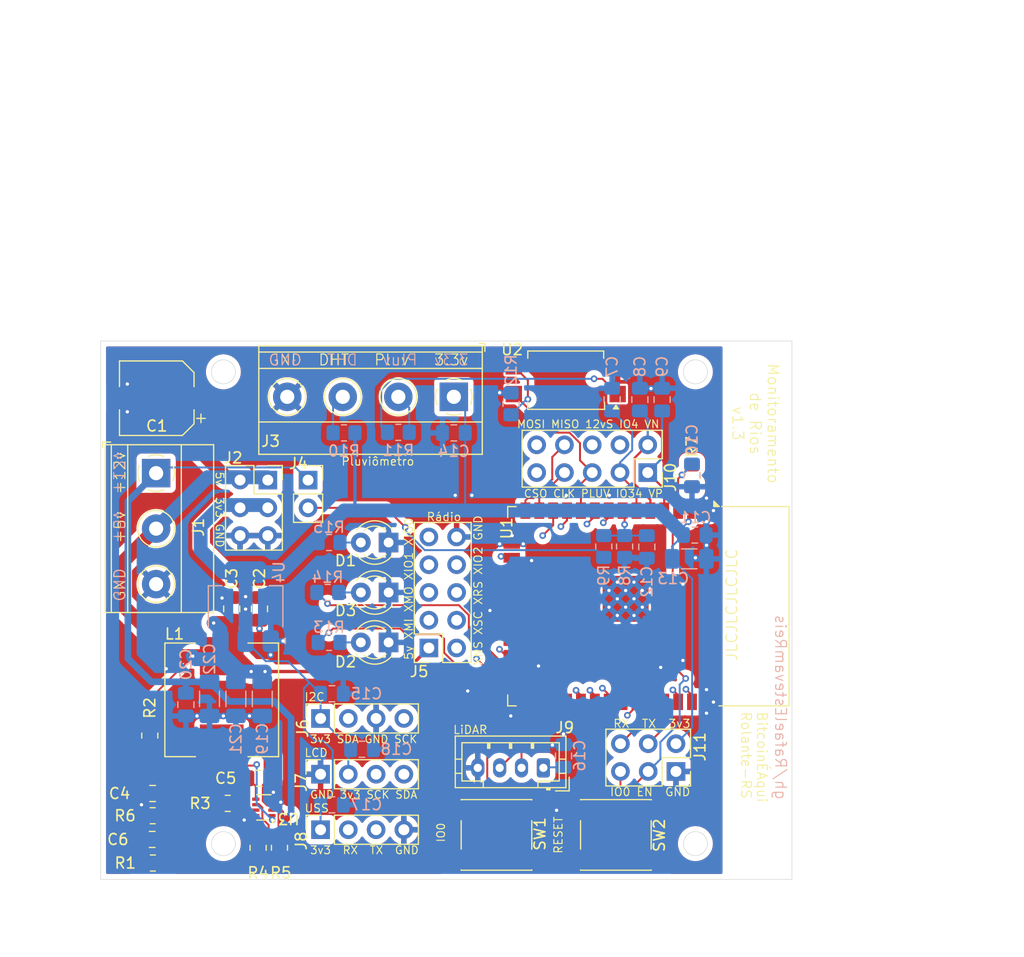
<source format=kicad_pcb>
(kicad_pcb (version 20240108) (generator "pcbnew") (generator_version "8.0")
  (layers (0 "F.Cu" signal) (1 "In1.Cu" signal) (2 "In2.Cu" signal) (31 "B.Cu" signal) (34 "B.Paste" user) (35 "F.Paste" user) (36 "B.SilkS" user "B.Silkscreen") (37 "F.SilkS" user "F.Silkscreen") (38 "B.Mask" user) (39 "F.Mask" user) (44 "Edge.Cuts" user))
  (net 0 "")
  (net 1 "+5V")
  (net 2 "GND")
  (net 3 "+3.3V")
  (net 4 "/EN")
  (net 5 "/VBAT_DIV")
  (net 6 "/AVN")
  (net 7 "/AVP")
  (net 8 "/IO34")
  (net 9 "Net-(D2-A)")
  (net 10 "/IO0")
  (net 11 "/TXD0")
  (net 12 "/HSPI_CLK")
  (net 13 "/HSPI_MOSI")
  (net 14 "/HSPI_MISO")
  (net 15 "/HSPI_CSO")
  (net 16 "/U2_RX")
  (net 17 "/U2_TX")
  (net 18 "/LCD_SCK")
  (net 19 "/LCD_SDA")
  (net 20 "/SX_SCK")
  (net 21 "Net-(D3-A)")
  (net 22 "/SX_NSS")
  (net 23 "/SX_MISO")
  (net 24 "/SX_DIO2")
  (net 25 "/S_PLUV_RAW")
  (net 26 "/IO04")
  (net 27 "/LED_Status")
  (net 28 "/S_PLUV")
  (net 29 "+12V")
  (net 30 "/VBAT")
  (net 31 "Net-(U3-SS)")
  (net 32 "Net-(U3-SW)")
  (net 33 "Net-(U3-BST)")
  (net 34 "Net-(C6-Pad1)")
  (net 35 "Net-(D1-A)")
  (net 36 "/RXD0")
  (net 37 "/SX_DIO0")
  (net 38 "/SX_MOSI")
  (net 39 "/SX_RST")
  (net 40 "/DX_DIO1")
  (net 42 "Net-(U3-PG)")
  (net 43 "Net-(U3-FB)")
  (net 44 "Net-(U3-EN)")
  (net 45 "Net-(R11-Pad1)")
  (net 50 "Net-(R12-Pad2)")
  (footprint "Resistor_SMD:R_0805_2012Metric_Pad1.20x1.40mm_HandSolder" (layer "F.Cu") (at 149.5485 90.7925 90)
    (property "Reference" "R7")
    (property "Value" "12k")
  )
  (footprint "Connector_PinSocket_2.54mm:PinSocket_1x04_P2.54mm_Vertical" (layer "F.Cu") (at 115.57 118.11 90)
    (property "Reference" "J7")
    (property "Value" "LCD")
  )
  (footprint "Button_Switch_SMD:SW_Push_1P1T_NO_6x6mm_H9.5mm" (layer "F.Cu") (at 142.583 123.662)
    (property "Reference" "SW2")
    (property "Value" "EN")
  )
  (footprint "LED_THT:LED_D3.0mm" (layer "F.Cu") (at 121.793 96.901 180)
    (property "Reference" "D1")
    (property "Value" "LED")
  )
  (footprint "Capacitor_SMD:C_0805_2012Metric_Pad1.18x1.45mm_HandSolder" (layer "F.Cu") (at 107.442 102.9755 90)
    (property "Reference" "C3")
    (property "Value" "22uF")
  )
  (footprint "Connector_PinSocket_2.54mm:PinSocket_2x05_P2.54mm_Vertical" (layer "F.Cu") (at 145.5 90.5 -90)
    (property "Reference" "J10")
    (property "Value" "IO")
  )
  (footprint "Connector_PinSocket_2.54mm:PinSocket_2x03_P2.54mm_Vertical" (layer "F.Cu") (at 148.082 117.856 -90)
    (property "Reference" "J11")
    (property "Value" "PGM2")
  )
  (footprint "Resistor_SMD:R_0805_2012Metric_Pad1.20x1.40mm_HandSolder" (layer "F.Cu") (at 111.8108 124.841 -90)
    (property "Reference" "R5")
    (property "Value" "191k")
  )
  (footprint "Resistor_SMD:R_0805_2012Metric_Pad1.20x1.40mm_HandSolder" (layer "F.Cu") (at 100.2116 121.9068 180)
    (property "Reference" "R6")
    (property "Value" "10k")
  )
  (footprint "Capacitor_SMD:C_0805_2012Metric_Pad1.18x1.45mm_HandSolder" (layer "F.Cu") (at 109.982 102.9755 -90)
    (property "Reference" "C2")
    (property "Value" "22uF")
  )
  (footprint "Connector_PinSocket_2.54mm:PinSocket_1x04_P2.54mm_Vertical" (layer "F.Cu") (at 115.57 123.19 90)
    (property "Reference" "J8")
    (property "Value" "USS")
  )
  (footprint "RF_Module:ESP32-WROOM-32" (layer "F.Cu") (at 142.5685 102.7345 -90)
    (property "Reference" "U1")
    (property "Value" "ESP32-WROOM-32")
  )
  (footprint "Capacitor_SMD:C_0805_2012Metric_Pad1.18x1.45mm_HandSolder" (layer "F.Cu") (at 100.2061 119.8748 180)
    (property "Reference" "C4")
    (property "Value" "22nF")
  )
  (footprint "Resistor_SMD:R_0805_2012Metric_Pad1.20x1.40mm_HandSolder" (layer "F.Cu") (at 99.949 114.57 90)
    (property "Reference" "R2")
    (property "Value" "10k")
  )
  (footprint "Capacitor_SMD:CP_Elec_6.3x5.7" (layer "F.Cu") (at 100.584 83.693 180)
    (property "Reference" "C1")
    (property "Value" "100uF")
  )
  (footprint "Package_SO:SSO-4_6.7x5.1mm_P2.54mm_Clearance8mm" (layer "F.Cu") (at 137.998 82.042 180)
    (property "Reference" "U2")
    (property "Value" "PC817")
  )
  (footprint "Capacitor_SMD:C_0805_2012Metric_Pad1.18x1.45mm_HandSolder" (layer "F.Cu") (at 109.9605 118.4778)
    (property "Reference" "C5")
    (property "Value" "100nF")
  )
  (footprint "LED_THT:LED_D3.0mm" (layer "F.Cu") (at 121.793 106.045 180)
    (property "Reference" "D2")
    (property "Value" "LED")
  )
  (footprint "Connector_PinSocket_2.54mm:PinSocket_2x05_P2.54mm_Vertical" (layer "F.Cu") (at 125.476 106.553 180)
    (property "Reference" "J5")
    (property "Value" "Radio")
  )
  (footprint "Button_Switch_SMD:SW_Push_1P1T_NO_6x6mm_H9.5mm" (layer "F.Cu") (at 131.661 123.662)
    (property "Reference" "SW1")
    (property "Value" "IO0")
  )
  (footprint "Inductor_SMD:L_Wuerth_HCI-1040" (layer "F.Cu") (at 106.5276 111.3028 90)
    (property "Reference" "L1")
    (property "Value" "6.8uH")
  )
  (footprint "Capacitor_SMD:C_0805_2012Metric_Pad1.18x1.45mm_HandSolder" (layer "F.Cu") (at 100.1645 124.079 180)
    (property "Reference" "C6")
    (property "Value" "300pF")
  )
  (footprint "LED_THT:LED_D3.0mm" (layer "F.Cu") (at 121.798 101.473 180)
    (property "Reference" "D3")
    (property "Value" "LED")
  )
  (footprint "TerminalBlock_Phoenix:TerminalBlock_Phoenix_MKDS-1,5-4-5.08_1x04_P5.08mm_Horizontal" (layer "F.Cu") (at 127.762 83.566 180)
    (property "Reference" "J3")
    (property "Value" "Pluv")
  )
  (footprint "Resistor_SMD:R_0805_2012Metric_Pad1.20x1.40mm_HandSolder" (layer "F.Cu") (at 107.077 120.777 180)
    (property "Reference" "R3")
    (property "Value" "10k")
  )
  (footprint "Connector_PinSocket_2.54mm:PinSocket_1x02_P2.54mm_Vertical" (layer "F.Cu") (at 114.427 91.186)
    (property "Reference" "J4")
    (property "Value" "JBAT")
  )
  (footprint "Resistor_SMD:R_0805_2012Metric_Pad1.20x1.40mm_HandSolder" (layer "F.Cu") (at 109.855 124.8476 90)
    (property "Reference" "R4")
    (property "Value" "50k")
  )
  (footprint "Connector_PinSocket_2.54mm:PinSocket_1x04_P2.54mm_Vertical" (layer "F.Cu") (at 115.57 113.005 90)
    (property "Reference" "J6")
    (property "Value" "I2C")
  )
  (footprint "Connector_PinSocket_2.54mm:PinSocket_2x03_P2.54mm_Vertical" (layer "F.Cu") (at 110.744 91.186)
    (property "Reference" "J2")
    (property "Value" "SNS_PWR")
  )
  (footprint "Package_TO_SOT_SMD:SOT-583-8" (layer "F.Cu") (at 110.385 121.1448 180)
    (property "Reference" "U3")
    (property "Value" "MP2338GTL")
  )
  (footprint "Connector_JST:JST_PH_B4B-PH-K_1x04_P2.00mm_Vertical" (layer "F.Cu") (at 135.953 117.5258 180)
    (property "Reference" "J9")
    (property "Value" "Lidar")
  )
  (footprint "TerminalBlock_Phoenix:TerminalBlock_Phoenix_MKDS-1,5-3-5.08_1x03_P5.08mm_Horizontal" (layer "F.Cu") (at 100.5265 90.551 -90)
    (property "Reference" "J1")
    (property "Value" "PWR")
  )
  (footprint "Resistor_SMD:R_0805_2012Metric_Pad1.20x1.40mm_HandSolder" (layer "F.Cu") (at 100.2276 126.238 180)
    (property "Reference" "R1")
    (property "Value" "91k")
  )
  (footprint "Capacitor_SMD:C_0805_2012Metric_Pad1.18x1.45mm_HandSolder" (layer "B.Cu") (at 149.5485 90.755 -90)
    (property "Reference" "C10")
    (property "Value" "100nF")
  )
  (footprint "Resistor_SMD:R_0805_2012Metric_Pad1.20x1.40mm_HandSolder" (layer "B.Cu") (at 117.713 86.868)
    (property "Reference" "R10")
    (property "Value" "10k")
  )
  (footprint "Resistor_SMD:R_0805_2012Metric_Pad1.20x1.40mm_HandSolder" (layer "B.Cu") (at 116.348 106.045 180)
    (property "Reference" "R13")
    (property "Value" "200")
  )
  (footprint "Resistor_SMD:R_0805_2012Metric_Pad1.20x1.40mm_HandSolder" (layer "B.Cu") (at 116.226 101.473 180)
    (property "Reference" "R14")
    (property "Value" "200")
  )
  (footprint "Capacitor_SMD:C_0805_2012Metric_Pad1.18x1.45mm_HandSolder" (layer "B.Cu") (at 137.795 116.4375 90)
    (property "Reference" "C16")
    (property "Value" "22uF")
  )
  (footprint "Capacitor_SMD:C_1206_3216Metric_Pad1.33x1.80mm_HandSolder" (layer "B.Cu") (at 110.236 111.2135 -90)
    (property "Reference" "C19")
    (property "Value" "22uF")
  )
  (footprint "Resistor_SMD:R_0805_2012Metric_Pad1.20x1.40mm_HandSolder" (layer "B.Cu") (at 143.383 97.266 -90)
    (property "Reference" "R8")
    (property "Value" "8k2")
  )
  (footprint "Package_TO_SOT_SMD:SOT-223-3_TabPin2" (layer "B.Cu") (at 108.712 102.768 90)
    (property "Reference" "U4")
    (property "Value" "AMS1117")
  )
  (footprint "Capacitor_SMD:C_0805_2012Metric_Pad1.18x1.45mm_HandSolder" (layer "B.Cu") (at 149.8025 96.216)
    (property "Reference" "C11")
    (property "Value" "100nF")
  )
  (footprint "Capacitor_SMD:C_0805_2012Metric_Pad1.18x1.45mm_HandSolder" (layer "B.Cu") (at 142.24 83.82 -90)
    (property "Reference" "C7")
    (property "Value" "100nF")
  )
  (footprint "Capacitor_SMD:C_0805_2012Metric_Pad1.18x1.45mm_HandSolder" (layer "B.Cu") (at 116.6075 110.744 180)
    (property "Reference" "C15")
    (property "Value" "100nF")
  )
  (footprint "Resistor_SMD:R_0805_2012Metric_Pad1.20x1.40mm_HandSolder" (layer "B.Cu") (at 122.682 86.8172)
    (property "Reference" "R11")
    (property "Value" "470R")
  )
  (footprint "Capacitor_SMD:C_0805_2012Metric_Pad1.18x1.45mm_HandSolder" (layer "B.Cu") (at 144.78 83.82 -90)
    (property "Reference" "C8")
    (property "Value" "100nF")
  )
  (footprint "Resistor_SMD:R_0805_2012Metric_Pad1.20x1.40mm_HandSolder" (layer "B.Cu") (at 141.478 97.266 90)
    (property "Reference" "R9")
    (property "Value" "100k")
  )
  (footprint "Capacitor_SMD:C_0805_2012Metric_Pad1.18x1.45mm_HandSolder" (layer "B.Cu") (at 116.6075 120.904)
    (property "Reference" "C17")
    (property "Value" "22uF")
  )
  (footprint "Capacitor_SMD:C_0805_2012Metric_Pad1.18x1.45mm_HandSolder" (layer "B.Cu") (at 145.415 97.3035 90)
    (property "Reference" "C12")
    (property "Value" "100nF")
  )
  (footprint "Resistor_SMD:R_0805_2012Metric_Pad1.20x1.40mm_HandSolder" (layer "B.Cu") (at 116.348 96.901 180)
    (property "Reference" "R15")
    (property "Value" "200")
  )
  (footprint "Capacitor_SMD:C_0805_2012Metric_Pad1.18x1.45mm_HandSolder" (layer "B.Cu") (at 127.762 86.868)
    (property "Reference" "C14")
    (property "Value" "22uF")
  )
  (footprint "Capacitor_SMD:C_0805_2012Metric_Pad1.18x1.45mm_HandSolder" (layer "B.Cu") (at 103.251 111.7385 -90)
    (property "Reference" "C20")
    (property "Value" "100nF")
  )
  (footprint "Capacitor_SMD:C_0805_2012Metric_Pad1.18x1.45mm_HandSolder" (layer "B.Cu") (at 119.3585 115.824)
    (property "Reference" "C18")
    (property "Value" "22uF")
  )
  (footprint "Capacitor_SMD:C_1206_3216Metric_Pad1.33x1.80mm_HandSolder" (layer "B.Cu") (at 149.2945 98.3965)
    (property "Reference" "C13")
    (property "Value" "22uF")
  )
  (footprint "Capacitor_SMD:C_1206_3216Metric_Pad1.33x1.80mm_HandSolder" (layer "B.Cu") (at 107.823 111.2135 -90)
    (property "Reference" "C21")
    (property "Value" "22uF")
  )
  (footprint "Capacitor_SMD:C_1206_3216Metric_Pad1.33x1.80mm_HandSolder" (layer "B.Cu") (at 105.41 111.2135 -90)
    (property "Reference" "C22")
    (property "Value" "22uF")
  )
  (footprint "Capacitor_SMD:C_0805_2012Metric_Pad1.18x1.45mm_HandSolder" (layer "B.Cu") (at 146.812 83.82 -90)
    (property "Reference" "C9")
    (property "Value" "100nF")
  )
  (footprint "Resistor_SMD:R_0805_2012Metric_Pad1.20x1.40mm_HandSolder" (layer "B.Cu") (at 132.9944 84.2104 -90)
    (property "Reference" "R12")
    (property "Value" "10k")
  )
  (gr_circle (center 149.86 81.28) (end 149.86 82.38) (stroke (width 0.05)) (fill none) (layer "Edge.Cuts"))
  (gr_rect (start 95.4465 78.4575) (end 158.6925 127.7335) (stroke (width 0.05)) (fill none) (layer "Edge.Cuts"))
  (gr_circle (center 149.86 124.46) (end 149.86 125.56) (stroke (width 0.05)) (fill none) (layer "Edge.Cuts"))
  (gr_circle (center 106.68 81.28) (end 106.68 82.38) (stroke (width 0.05)) (fill none) (layer "Edge.Cuts"))
  (gr_circle (center 106.68 124.46) (end 106.68 125.56) (stroke (width 0.05)) (fill none) (layer "Edge.Cuts"))
  (gr_text "3.3v  Pluv   DHT   GND" (at 129.159 80.772 0) (layer "B.SilkS") (effects (font (size 1 1) (thickness 0.1)) (justify left bottom mirror)))
  (gr_text "GND   +5v  +12v" (at 96.52 102.362 270) (layer "B.SilkS") (effects (font (size 1 1) (thickness 0.1)) (justify left bottom mirror)))
  (gr_text "gh/RafaelEstevamReis" (at 157.0736 120.4976 -90) (layer "B.SilkS") (effects (font (size 1 1) (thickness 0.1)) (justify left bottom mirror)))
  (gr_text "IO0 EN  GND" (at 141.9927 120.1705 0) (layer "F.SilkS") (effects (font (size 0.75 0.75) (thickness 0.1)) (justify left bottom)))
  (gr_text "MOSI MISO 12vS IO4 VN " (at 133.477 86.487 0) (layer "F.SilkS") (effects (font (size 0.7112 0.7112) (thickness 0.1)) (justify left bottom)))
  (gr_text "3v3 SDA GND SCK" (at 114.554 115.316 0) (layer "F.SilkS") (effects (font (size 0.7112 0.7112) (thickness 0.1)) (justify left bottom)))
  (gr_text "RESET" (at 137.757 125.44 90) (layer "F.SilkS") (effects (font (size 0.75 0.75) (thickness 0.1)) (justify left bottom)))
  (gr_text "LiDAR" (at 127.6472 114.4778 0) (layer "F.SilkS") (effects (font (size 0.75 0.75) (thickness 0.1)) (justify left bottom)))
  (gr_text "CSO CLK PLUV IO34 VP" (at 134.112 92.837 0) (layer "F.SilkS") (effects (font (size 0.7112 0.7112) (thickness 0.1)) (justify left bottom)))
  (gr_text "Pluviômetro" (at 117.4242 89.916 0) (layer "F.SilkS") (effects (font (size 0.75 0.75) (thickness 0.1)) (justify left bottom)))
  (gr_text "GND   +5v  +12v" (at 97.79 102.362 90) (layer "F.SilkS") (effects (font (size 1 1) (thickness 0.1)) (justify left bottom)))
  (gr_text "BitcoinÉAqui\nRolante-RS" (at 153.9748 112.3188 270) (layer "F.SilkS") (effects (font (size 0.9 0.9) (thickness 0.1)) (justify left bottom)))
  (gr_text "XNS XSC XRS XIO2 GND" (at 130.429 108.204 90) (layer "F.SilkS") (effects (font (size 0.75 0.75) (thickness 0.1)) (justify left bottom)))
  (gr_text "5v XMI XMO XIO1 XIO0" (at 124.079 107.696 90) (layer "F.SilkS") (effects (font (size 0.75 0.75) (thickness 0.1)) (justify left bottom)))
  (gr_text "3v3  RX  TX  GND" (at 114.554 125.476 0) (layer "F.SilkS") (effects (font (size 0.7112 0.7112) (thickness 0.1)) (justify left bottom)))
  (gr_text "Rádio" (at 125.222 94.996 0) (layer "F.SilkS") (effects (font (size 0.75 0.75) (thickness 0.1)) (justify left bottom)))
  (gr_text "GND 3v3 SCK SDA" (at 114.554 120.396 0) (layer "F.SilkS") (effects (font (size 0.7112 0.7112) (thickness 0.1)) (justify left bottom)))
  (gr_text "I2C" (at 114.046 111.481 0) (layer "F.SilkS") (effects (font (size 0.75 0.75) (thickness 0.1)) (justify left bottom)))
  (gr_text "Monitoramento\nde Rios\nv1.3" (at 153.162 86.0044 270) (layer "F.SilkS") (effects (font (size 1 1) (thickness 0.1)) (justify bottom)))
  (gr_text "IO0" (at 127 124.388 90) (layer "F.SilkS") (effects (font (size 0.7112 0.7112) (thickness 0.1)) (justify left bottom)))
  (gr_text "RX  TX  3v3" (at 142.2975 113.9221 0) (layer "F.SilkS") (effects (font (size 0.75 0.75) (thickness 0.1)) (justify left bottom)))
  (gr_text "USS" (at 114.046 121.666 0) (layer "F.SilkS") (effects (font (size 0.75 0.75) (thickness 0.1)) (justify left bottom)))
  (gr_text "LCD" (at 114.046 116.586 0) (layer "F.SilkS") (effects (font (size 0.75 0.75) (thickness 0.1)) (justify left bottom)))
  (gr_text "5v  3v3 GND" (at 105.918 90.3732 270) (layer "F.SilkS") (effects (font (size 0.7112 0.7112) (thickness 0.1)) (justify left bottom)))
  (gr_text "GND  DHT   Pluv   3.3v" (at 110.744 80.772 0) (layer "F.SilkS") (effects (font (size 1 1) (thickness 0.1)) (justify left bottom)))
  (gr_text "JLCJLCJLCJLC" (at 153.7716 107.7976 90) (layer "F.SilkS") (effects (font (size 1 1) (thickness 0.1)) (justify left bottom)))
  (segment (start 109.22 108.712) (end 110.49 108.712) (width 1.27) (layer "F.Cu") (net 1))
  (segment (start 100.0783 123.1277) (end 100.0783 117.236952) (width 0.1778) (layer "F.Cu") (net 1))
  (segment (start 123.317 108.712) (end 110.49 108.712) (width 0.3048) (layer "F.Cu") (net 1))
  (segment (start 107.442 104.013) (end 107.442 106.3884) (width 1.27) (layer "F.Cu") (net 1))
  (segment (start 99.2276 126.238) (end 99.2276 124.1796) (width 0.1778) (layer "F.Cu") (net 1))
  (segment (start 99.949 113.57) (end 99.949 111.2276) (width 0.1778) (layer "F.Cu") (net 1))
  (segment (start 106.5276 107.3028) (end 107.8108 107.3028) (width 1.27) (layer "F.Cu") (net 1))
  (segment (start 108.204 90.932) (end 106.934 90.932) (width 1.27) (layer "F.Cu") (net 1))
  (segment (start 103.8738 107.3028) (end 107.8108 107.3028) (width 1.27) (layer "F.Cu") (net 1))
  (segment (start 98.933 116.091652) (end 98.933 114.586) (width 0.1778) (layer "F.Cu") (net 1))
  (segment (start 99.949 111.2276) (end 103.8738 107.3028) (width 0.1778) (layer "F.Cu") (net 1))
  (segment (start 107.8108 107.3028) (end 109.22 108.712) (width 1.27) (layer "F.Cu") (net 1))
  (segment (start 107.442 106.3884) (end 106.5276 107.3028) (width 1.27) (layer "F.Cu") (net 1))
  (segment (start 100.5265 95.631) (end 97.1804 98.9771) (width 1.27) (layer "F.Cu") (net 1))
  (segment (start 99.127 124.079) (end 100.0783 123.1277) (width 0.1778) (layer "F.Cu") (net 1))
  (segment (start 106.934 90.932) (end 103.284 87.282) (width 1.27) (layer "F.Cu") (net 1))
  (segment (start 100.0783 117.236952) (end 98.933 116.091652) (width 0.1778) (layer "F.Cu") (net 1))
  (segment (start 98.933 114.586) (end 99.949 113.57) (width 0.1778) (layer "F.Cu") (net 1))
  (segment (start 103.284 87.282) (end 103.284 83.693) (width 1.27) (layer "F.Cu") (net 1))
  (segment (start 97.1804 102.356274) (end 102.126926 107.3028) (width 1.27) (layer "F.Cu") (net 1))
  (segment (start 107.188 104.267) (end 107.442 104.013) (width 1.27) (layer "F.Cu") (net 1))
  (segment (start 102.126926 107.3028) (end 103.8738 107.3028) (width 1.27) (layer "F.Cu") (net 1))
  (segment (start 99.2276 124.1796) (end 99.127 124.079) (width 0.1778) (layer "F.Cu") (net 1))
  (segment (start 97.1804 98.9771) (end 97.1804 102.356274) (width 1.27) (layer "F.Cu") (net 1))
  (segment (start 105.791 104.267) (end 107.188 104.267) (width 1.27) (layer "F.Cu") (net 1))
  (segment (start 125.476 106.553) (end 123.317 108.712) (width 0.3048) (layer "F.Cu") (net 1))
  (via (at 109.22 108.712) (size 0.6096) (drill 0.3048) (layers "F.Cu" "B.Cu") (net 1))
  (via (at 103.8738 107.3028) (size 0.6096) (drill 0.3048) (layers "F.Cu" "B.Cu") (net 1))
  (via (at 110.49 108.712) (size 0.6096) (drill 0.3048) (layers "F.Cu" "B.Cu") (net 1))
  (via (at 105.791 104.267) (size 0.6096) (drill 0.3048) (layers "F.Cu" "B.Cu") (net 1))
  (segment (start 107.823 108.9885) (end 106.412 107.5775) (width 1.27) (layer "B.Cu") (net 1))
  (segment (start 106.412 105.918) (end 106.412 104.888) (width 1.27) (layer "B.Cu") (net 1))
  (segment (start 100.5265 95.631) (end 105.2255 90.932) (width 1.27) (layer "B.Cu") (net 1))
  (segment (start 106.412 105.918) (end 106.412 106.918) (width 1.27) (layer "B.Cu") (net 1))
  (segment (start 136.0038 117.475) (end 135.953 117.5258) (width 0.1778) (layer "B.Cu") (net 1))
  (segment (start 106.412 107.5775) (end 104.1485 107.5775) (width 1.27) (layer "B.Cu") (net 1))
  (segment (start 106.412 104.888) (end 105.791 104.267) (width 1.27) (layer "B.Cu") (net 1))
  (segment (start 107.823 109.651) (end 107.823 108.9885) (width 1.27) (layer "B.Cu") (net 1))
  (segment (start 106.412 107.5775) (end 106.412 105.918) (width 1.27) (layer "B.Cu") (net 1))
  (segment (start 110.236 109.651) (end 110.236 108.966) (width 1.27) (layer "B.Cu") (net 1))
  (segment (start 108.206 108.712) (end 110.49 108.712) (width 1.27) (layer "B.Cu") (net 1))
  (segment (start 106.412 106.918) (end 108.206 108.712) (width 1.27) (layer "B.Cu") (net 1))
  (segment (start 105.2255 90.932) (end 110.744 90.932) (width 1.27) (layer "B.Cu") (net 1))
  (segment (start 110.236 108.966) (end 110.49 108.712) (width 1.27) (layer "B.Cu") (net 1))
  (segment (start 137.795 117.475) (end 136.0038 117.475) (width 0.1778) (layer "B.Cu") (net 1))
  (segment (start 104.1485 107.5775) (end 103.8738 107.3028) (width 1.27) (layer "B.Cu") (net 1))
  (segment (start 109.855 123.8476) (end 109.855 123.571) (width 0.3048) (layer "F.Cu") (net 2))
  (segment (start 111.125 120.3948) (end 111.651959 120.3948) (width 0.3048) (layer "F.Cu") (net 2))
  (segment (start 111.125 119.888) (end 111.252 119.761) (width 0.3048) (layer "F.Cu") (net 2))
  (segment (start 109.855 123.571) (end 108.585 122.301) (width 0.3048) (layer "F.Cu") (net 2))
  (segment (start 111.125 120.3948) (end 111.125 119.888) (width 0.3048) (layer "F.Cu") (net 2))
  (segment (start 111.651959 120.3948) (end 111.928336 120.671177) (width 0.3048) (layer "F.Cu") (net 2))
  (via (at 97.8916 84.9376) (size 0.6096) (drill 0.3048) (layers "F.Cu" "B.Cu") (net 2))
  (via (at 150.876 92.837) (size 0.6096) (drill 0.3048) (layers "F.Cu" "B.Cu") (net 2))
  (via (at 127.889 92.583) (size 0.6096) (drill 0.3048) (layers "F.Cu" "B.Cu") (net 2))
  (via (at 131.953 83.185) (size 0.6096) (drill 0.3048) (layers "F.Cu" "B.Cu") (net 2))
  (via (at 135.509 108.204) (size 0.6096) (drill 0.3048) (layers "F.Cu" "B.Cu") (net 2))
  (via (at 132.969 112.776) (size 0.6096) (drill 0.3048) (layers "F.Cu" "B.Cu") (net 2))
  (via (at 137.16 121.412) (size 0.6096) (drill 0.3048) (layers "F.Cu" "B.Cu") (net 2))
  (via (at 109.982 104.775) (size 0.6096) (drill 0.3048) (layers "F.Cu" "B.Cu") (net 2))
  (via (at 145.796 82.804) (size 0.6096) (drill 0.3048) (layers "F.Cu" "B.Cu") (net 2))
  (via (at 111.252 119.761) (size 0.6096) (drill 0.3048) (layers "F.Cu" "B.Cu") (net 2))
  (via (at 131.064 103.124) (size 0.6096) (drill 0.3048) (layers "F.Cu" "B.Cu") (net 2))
  (via (at 148.717 100.711) (size 0.6096) (drill 0.3048) (layers "F.Cu" "B.Cu") (net 2))
  (via (at 131.953 97.028) (size 0.6096) (drill 0.3048) (layers "F.Cu" "B.Cu") (net 2))
  (via (at 136.779 115.443) (size 0.6096) (drill 0.3048) (layers "F.Cu" "B.Cu") (net 2))
  (via (at 151.511 111.506) (size 0.6096) (drill 0.3048) (layers "F.Cu" "B.Cu") (net 2))
  (via (at 108.585 122.301) (size 0.6096) (drill 0.3048) (layers "F.Cu" "B.Cu") (net 2))
  (via (at 112.141 105.918) (size 0.6096) (drill 0.3048) (layers "F.Cu" "B.Cu") (net 2))
  (via (at 101.4476 108.458) (size 0.6096) (drill 0.3048) (layers "F.Cu" "B.Cu") (net 2))
  (via (at 134.874 98.552) (size 0.6096) (drill 0.3048) (layers "F.Cu" "B.Cu") (net 2))
  (via (at 110.998 107.188) (size 0.6096) (drill 0.3048) (layers "F.Cu" "B.Cu") (net 2))
  (via (at 151.511 93.98) (size 0.6096) (drill 0.3048) (layers "F.Cu" "B.Cu") (net 2))
  (via (at 129.032 110.49) (size 0.6096) (drill 0.3048) (layers "F.Cu" "B.Cu") (net 2))
  (via (at 97.8916 82.3976) (size 0.6096) (drill 0.3048) (layers "F.Cu" "B.Cu") (net 2))
  (via (at 150.876 112.522) (size 0.6096) (drill 0.3048) (layers "F.Cu" "B.Cu") (net 2))
  (via (at 111.928336 120.671177) (size 0.6096) (drill 0.3048) (layers "F.Cu" "B.Cu") (net 2))
  (via (at 149.86 98.298) (size 0.6096) (drill 0.3048) (layers "F.Cu" "B.Cu") (net 2))
  (via (at 146.685 108.331) (size 0.6096) (drill 0.3048) (layers "F.Cu" "B.Cu") (net 2))
  (via (at 150.876 97.155) (size 0.6096) (drill 0.3048) (layers "F.Cu" "B.Cu") (net 2))
  (via (at 99.187 120.904) (size 0.6096) (drill 0.3048) (layers "F.Cu" "B.Cu") (net 2))
  (via (at 137.795 114.427) (size 0.6096) (drill 0.3048) (layers "F.Cu" "B.Cu") (net 2))
  (via (at 138.049 92.583) (size 0.6096) (drill 0.3048) (layers "F.Cu" "B.Cu") (net 2))
  (via (at 106.553 101.981) (size 0.6096) (drill 0.3048) (layers "F.Cu" "B.Cu") (net 2))
  (via (at 150.876 94.996) (size 0.6096) (drill 0.3048) (layers "F.Cu" "B.Cu") (net 2))
  (via (at 106.68 112.776) (size 0.6096) (drill 0.3048) (layers "F.Cu" "B.Cu") (net 2))
  (via (at 141.986 92.583) (size 0.6096) (drill 0.3048) (layers "F.Cu" "B.Cu") (net 2))
  (via (at 109.0676 112.776) (size 0.6096) (drill 0.3048) (layers "F.Cu" "B.Cu") (net 2))
  (via (at 129.413 92.583) (size 0.6096) (drill 0.3048) (layers "F.Cu" "B.Cu") (net 2))
  (via (at 133.096 96.266) (size 0.6096) (drill 0.3048) (layers "F.Cu" "B.Cu") (net 2))
  (via (at 134.112 97.028) (size 0.6096) (drill 0.3048) (layers "F.Cu" "B.Cu") (net 2))
  (via (at 150.876 110.363) (size 0.6096) (drill 0.3048) (layers "F.Cu" "B.Cu") (net 2))
  (via (at 148.717 107.696) (size 0.6096) (drill 0.3048) (layers "F.Cu" "B.Cu") (net 2))
  (via (at 104.267 112.776) (size 0.6096) (drill 0.3048) (layers "F.Cu" "B.Cu") (net 2))
  (segment (start 108.712 102.997) (end 108.712 101.854) (width 0.6096) (layer "F.Cu") (net 3))
  (segment (start 108.712 101.854) (end 108.712 101.35252) (width 0.6096) (layer "F.Cu") (net 3))
  (segment (start 106.299 93.726) (end 108.204 93.726) (width 0.6096) (layer "F.Cu") (net 3))
  (segment (start 149.225 94.996) (end 149.225 94.308) (width 0.1778) (layer "F.Cu") (net 3))
  (segment (start 149.5485 91.7925) (end 149.5485 93.9845) (width 0.1778) (layer "F.Cu") (net 3))
  (segment (start 149.225 94.308) (end 149.5485 93.9845) (width 0.1778) (layer "F.Cu") (net 3))
  (segment (start 109.982 101.938) (end 108.796 101.938) (width 0.6096) (layer "F.Cu") (net 3))
  (segment (start 104.648 97.28852) (end 104.648 95.377) (width 0.6096) (layer "F.Cu") (net 3))
  (segment (start 108.712 101.35252) (end 104.648 97.28852) (width 0.6096) (layer "F.Cu") (net 3))
  (segment (start 104.648 95.377) (end 106.299 93.726) (width 0.6096) (layer "F.Cu") (net 3))
  (via (at 149.225 94.996) (size 0.6096) (drill 0.3048) (layers "F.Cu" "B.Cu") (net 3))
  (via (at 108.712 102.997) (size 0.6096) (drill 0.3048) (layers "F.Cu" "B.Cu") (net 3))
  (via (at 108.712 101.854) (size 0.6096) (drill 0.3048) (layers "F.Cu" "B.Cu") (net 3))
  (segment (start 110.5535 107.7595) (end 108.712 105.918) (width 0.1778) (layer "B.Cu") (net 3))
  (segment (start 149.563795 100.228295) (end 147.732 98.3965) (width 0.1778) (layer "B.Cu") (net 3))
  (segment (start 118.713 93.938764) (end 118.745 93.970764) (width 0.3048) (layer "B.Cu") (net 3))
  (segment (start 115.824 115.062) (end 115.062 115.062) (width 0.1778) (layer "B.Cu") (net 3))
  (segment (start 147.732 98.3965) (end 147.732 97.249) (width 0.1778) (layer "B.Cu") (net 3))
  (segment (start 146.519764 93.970764) (end 148.765 96.216) (width 1.27) (layer "B.Cu") (net 3))
  (segment (start 104.5972 97.5868) (end 104.5972 95.4024) (width 1.27) (layer "B.Cu") (net 3))
  (segment (start 118.713 86.868) (end 118.713 93.938764) (width 0.3048) (layer "B.Cu") (net 3))
  (segment (start 118.11 115.824) (end 118.11 118.11) (width 0.1778) (layer "B.Cu") (net 3))
  (segment (start 115.062 115.062) (end 114.046 114.046) (width 0.1778) (layer "B.Cu") (net 3))
  (segment (start 128.778 93.970764) (end 146.519764 93.970764) (width 1.27) (layer "B.Cu") (net 3))
  (segment (start 128.7995 84.6035) (end 127.762 83.566) (width 0.1778) (layer "B.Cu") (net 3))
  (segment (start 114.554 109.728) (end 112.5855 107.7595) (width 0.1778) (layer "B.Cu") (net 3))
  (segment (start 112.5855 107.7595) (end 110.5535 107.7595) (width 0.1778) (layer "B.Cu") (net 3))
  (segment (start 149.563795 113.834205) (end 149.563795 100.228295) (width 0.1778) (layer "B.Cu") (net 3))
  (segment (start 108.712 99.618) (end 106.6284 99.618) (width 1.27) (layer "B.Cu") (net 3))
  (segment (start 128.7995 86.868) (end 128.7995 84.6035) (width 0.1778) (layer "B.Cu") (net 3))
  (segment (start 117.856 115.57) (end 117.856 115.291) (width 0.1778) (layer "B.Cu") (net 3))
  (segment (start 115.57 120.904) (end 115.57 123.19) (width 0.1778) (layer "B.Cu") (net 3))
  (segment (start 114.046 110.236) (end 114.554 109.728) (width 0.1778) (layer "B.Cu") (net 3))
  (segment (start 117.856 115.291) (end 115.57 113.005) (width 0.1778) (layer "B.Cu") (net 3))
  (segment (start 128.7995 93.949264) (end 128.778 93.970764) (width 0.1778) (layer "B.Cu") (net 3))
  (segment (start 106.6284 99.618) (end 104.5972 97.5868) (width 1.27) (layer "B.Cu") (net 3))
  (segment (start 118.745 93.970764) (end 128.778 93.970764) (width 1.27) (layer "B.Cu") (net 3))
  (segment (start 108.712 101.219) (end 108.712 99.618) (width 1.27) (layer "B.Cu") (net 3))
  (segment (start 115.57 120.904) (end 116.6867 119.7873) (width 0.1778) (layer "B.Cu") (net 3))
  (segment (start 147.732 97.249) (end 148.765 96.216) (width 0.1778) (layer "B.Cu") (net 3))
  (segment (start 116.6867 119.7873) (end 116.6867 115.9247) (width 0.1778) (layer "B.Cu") (net 3))
  (segment (start 118.11 115.824) (end 117.856 115.57) (width 0.1778) (layer "B.Cu") (net 3))
  (segment (start 148.765 95.456) (end 149.225 94.996) (width 0.1778) (layer "B.Cu") (net 3))
  (segment (start 148.765 96.216) (end 148.765 95.456) (width 0.1778) (layer "B.Cu") (net 3))
  (segment (start 108.712 105.918) (end 108.712 102.997) (width 1.27) (layer "B.Cu") (net 3))
  (segment (start 112.067046 99.618) (end 117.714282 93.970764) (width 1.27) (layer "B.Cu") (net 3))
  (segment (start 104.5972 95.4024) (end 106.5276 93.472) (width 1.27) (layer "B.Cu") (net 3))
  (segment (start 148.082 115.316) (end 149.563795 113.834205) (width 0.1778) (layer "B.Cu") (net 3))
  (segment (start 108.712 102.997) (end 108.712 101.219) (width 1.27) (layer "B.Cu") (net 3))
  (segment (start 128.7995 86.868) (end 128.7995 93.949264) (width 0.1778) (layer "B.Cu") (net 3))
  (segment (start 114.046 114.046) (end 114.046 110.236) (width 0.1778) (layer "B.Cu") (net 3))
  (segment (start 116.6867 115.9247) (end 115.824 115.062) (width 0.1778) (layer "B.Cu") (net 3))
  (segment (start 108.712 99.618) (end 112.067046 99.618) (width 1.27) (layer "B.Cu") (net 3))
  (segment (start 115.57 110.744) (end 114.554 109.728) (width 0.1778) (layer "B.Cu") (net 3))
  (segment (start 115.57 110.744) (end 115.57 113.005) (width 0.1778) (layer "B.Cu") (net 3))
  (segment (start 117.714282 93.970764) (end 118.745 93.970764) (width 1.27) (layer "B.Cu") (net 3))
  (segment (start 106.5276 93.472) (end 110.744 93.472) (width 1.27) (layer "B.Cu") (net 3))
  (segment (start 145.542 117.856) (end 138.608 124.79) (width 0.1778) (layer "F.Cu") (net 4))
  (segment (start 148.6265 90.7145) (end 148.2785 91.0625) (width 0.1778) (layer "F.Cu") (net 4))
  (segment (start 148.2785 93.9845) (end 148.2785 94.596517) (width 0.1778) (layer "F.Cu") (net 4))
  (segment (start 148.2785 91.0625) (end 148.2785 93.9845) (width 0.1778) (layer "F.Cu") (net 4))
  (segment (start 138.608 125.912) (end 146.558 125.912) (width 0.1778) (layer "F.Cu") (net 4))
  (segment (start 147.786653 95.088364) (end 147.786653 107.273653) (width 0.1778) (layer "F.Cu") (net 4))
  (segment (start 148.2785 94.596517) (end 147.786653 95.088364) (width 0.1778) (layer "F.Cu") (net 4))
  (segment (start 138.608 124.79) (end 138.608 125.912) (width 0.1778) (layer "F.Cu") (net 4))
  (segment (start 147.786653 108.162653) (end 148.971 109.347) (width 0.1778) (layer "F.Cu") (net 4))
  (segment (start 147.786653 107.273653) (end 147.786653 108.162653) (width 0.1778) (layer "F.Cu") (net 4))
  (segment (start 149.5485 89.7925) (end 148.6265 90.7145) (width 0.1778) (layer "F.Cu") (net 4))
  (via (at 148.971 109.347) (size 0.6096) (drill 0.3048) (layers "F.Cu" "B.Cu") (net 4))
  (via (at 148.6265 90.7145) (size 0.6096) (drill 0.3048) (layers "F.Cu" "B.Cu") (net 4))
  (segment (start 148.420795 113.397952) (end 146.6587 115.160047) (width 0.1778) (layer "B.Cu") (net 4))
  (segment (start 146.6587 116.7393) (end 145.542 117.856) (width 0.1778) (layer "B.Cu") (net 4))
  (segment (start 149.5485 89.7925) (end 148.6265 90.7145) (width 0.1778) (layer "B.Cu") (net 4))
  (segment (start 148.420795 109.897205) (end 148.420795 113.397952) (width 0.1778) (layer "B.Cu") (net 4))
  (segment (start 148.971 109.347) (end 148.420795 109.897205) (width 0.1778) (layer "B.Cu") (net 4))
  (segment (start 146.6587 115.160047) (end 146.6587 116.7393) (width 0.1778) (layer "B.Cu") (net 4))
  (segment (start 149.5485 89.7175) (end 149.5485 89.7925) (width 0.1778) (layer "B.Cu") (net 4))
  (segment (start 143.383 95.25) (end 143.383 94.169) (width 0.1778) (layer "F.Cu") (net 5))
  (segment (start 143.383 94.169) (end 143.1985 93.9845) (width 0.1778) (layer "F.Cu") (net 5))
  (via (at 143.383 95.25) (size 0.6096) (drill 0.3048) (layers "F.Cu" "B.Cu") (net 5))
  (segment (start 143.383 96.266) (end 143.383 95.25) (width 0.1778) (layer "B.Cu") (net 5))
  (segment (start 145.415 96.266) (end 141.478 96.266) (width 0.1778) (layer "B.Cu") (net 5))
  (segment (start 144.272 91.5308) (end 144.272 89.188) (width 0.2032) (layer "F.Cu") (net 6))
  (segment (start 144.272 89.188) (end 145.5 87.96) (width 0.2032) (layer "F.Cu") (net 6))
  (segment (start 145.7385 93.9845) (end 145.7385 92.9973) (width 0.2032) (layer "F.Cu") (net 6))
  (segment (start 145.7385 92.9973) (end 144.272 91.5308) (width 0.2032) (layer "F.Cu") (net 6))
  (segment (start 145.5 87.96) (end 145.5 85.5775) (width 0.2032) (layer "B.Cu") (net 6))
  (segment (start 145.5 85.5775) (end 144.78 84.8575) (width 0.2032) (layer "B.Cu") (net 6))
  (segment (start 147.0085 92.0085) (end 145.5 90.5) (width 0.2032) (layer "F.Cu") (net 7))
  (segment (start 147.0085 93.9845) (end 147.0085 92.0085) (width 0.2032) (layer "F.Cu") (net 7))
  (segment (start 146.812 89.188) (end 145.5 90.5) (width 0.2032) (layer "B.Cu") (net 7))
  (segment (start 146.812 84.8575) (end 146.812 89.188) (width 0.2032) (layer "B.Cu") (net 7))
  (segment (start 144.4685 93.9845) (end 144.4685 92.248154) (width 0.1778) (layer "F.Cu") (net 8))
  (segment (start 144.4685 92.248154) (end 142.96 90.739654) (width 0.1778) (layer "F.Cu") (net 8))
  (segment (start 142.96 90.739654) (end 142.96 90.5) (width 0.1778) (layer "F.Cu") (net 8))
  (segment (start 144.0767 88.4603) (end 142.96 89.577) (width 0.1778) (layer "B.Cu") (net 8))
  (segment (start 142.24 84.8575) (end 144.0767 86.6942) (width 0.1778) (layer "B.Cu") (net 8))
  (segment (start 144.0767 86.6942) (end 144.0767 88.4603) (width 0.1778) (layer "B.Cu") (net 8))
  (segment (start 142.96 89.577) (end 142.96 90.5) (width 0.1778) (layer "B.Cu") (net 8))
  (segment (start 117.348 106.045) (end 119.253 106.045) (width 0.1778) (layer "B.Cu") (net 9))
  (segment (start 136.5888 125.912) (end 143.002 119.4988) (width 0.1778) (layer "F.Cu") (net 10))
  (segment (start 127.686 125.912) (end 135.636 125.912) (width 0.1778) (layer "F.Cu") (net 10))
  (segment (start 143.002 119.4988) (end 143.002 117.856) (width 0.1778) (layer "F.Cu") (net 10))
  (segment (start 130.8197 122.7783) (end 127.686 125.912) (width 0.1778) (layer "F.Cu") (net 10))
  (segment (start 116.713 104.775) (end 122.8564 104.775) (width 0.1778) (layer "F.Cu") (net 10))
  (segment (start 130.8197 116.2648) (end 130.8197 122.7783) (width 0.1778) (layer "F.Cu") (net 10))
  (segment (start 135.636 125.912) (end 136.5888 125.912) (width 0.1778) (layer "F.Cu") (net 10))
  (segment (start 116.332 105.156) (end 116.713 104.775) (width 0.1778) (layer "F.Cu") (net 10))
  (segment (start 134.3085 111.4845) (end 134.3085 112.776) (width 0.1778) (layer "F.Cu") (net 10))
  (segment (start 126.873 105.7166) (end 126.873 106.989253) (width 0.1778) (layer "F.Cu") (net 10))
  (segment (start 126.873 106.989253) (end 131.368247 111.4845) (width 0.1778) (layer "F.Cu") (net 10))
  (segment (start 123.3644 105.283) (end 126.4394 105.283) (width 0.1778) (layer "F.Cu") (net 10))
  (segment (start 131.368247 111.4845) (end 134.3085 111.4845) (width 0.1778) (layer "F.Cu") (net 10))
  (segment (start 122.8564 104.775) (end 123.3644 105.283) (width 0.1778) (layer "F.Cu") (net 10))
  (segment (start 126.4394 105.283) (end 126.873 105.7166) (width 0.1778) (layer "F.Cu") (net 10))
  (segment (start 134.3085 112.776) (end 130.8197 116.2648) (width 0.1778) (layer "F.Cu") (net 10))
  (via (at 116.332 105.156) (size 0.6096) (drill 0.3048) (layers "F.Cu" "B.Cu") (net 10))
  (segment (start 116.332 105.156) (end 116.237 105.156) (width 0.1778) (layer "B.Cu") (net 10))
  (segment (start 116.237 105.156) (end 115.348 106.045) (width 0.1778) (layer "B.Cu") (net 10))
  (segment (start 147.0085 113.8495) (end 145.542 115.316) (width 0.1778) (layer "F.Cu") (net 11))
  (segment (start 147.0085 111.4845) (end 147.0085 113.8495) (width 0.1778) (layer "F.Cu") (net 11))
  (segment (start 135.5785 92.8015) (end 137.88 90.5) (width 0.1778) (layer "F.Cu") (net 12))
  (segment (start 135.5785 93.9845) (end 135.5785 92.8015) (width 0.1778) (layer "F.Cu") (net 12))
  (segment (start 133.0585 98.2945) (end 132.2035 98.2945) (width 0.1778) (layer "F.Cu") (net 13))
  (segment (start 132.2035 98.2945) (end 132.08 98.171) (width 0.1778) (layer "F.Cu") (net 13))
  (via (at 132.08 98.171) (size 0.6096) (drill 0.3048) (layers "F.Cu" "B.Cu") (net 13))
  (segment (start 134.3085 93.0567) (end 134.5282 92.837) (width 0.1778) (layer "F.Cu") (net 14))
  (segment (start 135.040106 92.837) (end 136.7633 91.113806) (width 0.1778) (layer "F.Cu") (net 14))
  (segment (start 134.3085 93.9845) (end 134.3085 93.0567) (width 0.1778) (layer "F.Cu") (net 14))
  (segment (start 134.5282 92.837) (end 135.040106 92.837) (width 0.1778) (layer "F.Cu") (net 14))
  (segment (start 136.7633 91.113806) (end 136.7633 89.0767) (width 0.1778) (layer "F.Cu") (net 14))
  (segment (start 136.7633 89.0767) (end 137.88 87.96) (width 0.1778) (layer "F.Cu") (net 14))
  (segment (start 133.0585 107.1845) (end 132.449116 107.1845) (width 0.1778) (layer "F.Cu") (net 15))
  (segment (start 132.449116 107.1845) (end 131.936224 106.671608) (width 0.1778) (layer "F.Cu") (net 15))
  (via (at 131.936224 106.671608) (size 0.6096) (drill 0.3048) (layers "F.Cu" "B.Cu") (net 15))
  (segment (start 136.8485 112.6303) (end 131.953 117.5258) (width 0.1778) (layer "F.Cu") (net 16))
  (segment (start 136.8485 111.4845) (end 136.8485 112.6303) (width 0.1778) (layer "F.Cu") (net 16))
  (segment (start 138.1185 111.863194) (end 133.953 116.028694) (width 0.1778) (layer "F.Cu") (net 17))
  (segment (start 138.1185 111.4845) (end 138.1185 111.863194) (width 0.1778) (layer "F.Cu") (net 17))
  (segment (start 133.953 116.028694) (end 133.953 117.5258) (width 0.1778) (layer "F.Cu") (net 17))
  (segment (start 148.2785 110.872003) (end 147.798347 110.39185) (width 0.1778) (layer "F.Cu") (net 18))
  (segment (start 148.2785 111.4845) (end 148.2785 110.872003) (width 0.1778) (layer "F.Cu") (net 18))
  (via (at 147.798347 110.39185) (size 0.6096) (drill 0.3048) (layers "F.Cu" "B.Cu") (net 18))
  (segment (start 143.637 112.717102) (end 144.4685 111.885602) (width 0.1778) (layer "F.Cu") (net 19))
  (segment (start 144.4685 111.885602) (end 144.4685 111.4845) (width 0.1778) (layer "F.Cu") (net 19))
  (via (at 143.637 112.717102) (size 0.6096) (drill 0.3048) (layers "F.Cu" "B.Cu") (net 19))
  (segment (start 139.3885 111.4845) (end 139.3885 110.874964) (width 0.1778) (layer "F.Cu") (net 20))
  (segment (start 139.3885 110.874964) (end 138.940036 110.4265) (width 0.1778) (layer "F.Cu") (net 20))
  (via (at 138.940036 110.4265) (size 0.6096) (drill 0.3048) (layers "F.Cu" "B.Cu") (net 20))
  (segment (start 117.226 101.473) (end 119.258 101.473) (width 0.1778) (layer "B.Cu") (net 21))
  (segment (start 140.6585 110.874964) (end 140.210036 110.4265) (width 0.1778) (layer "F.Cu") (net 22))
  (segment (start 140.6585 111.4845) (end 140.6585 110.874964) (width 0.1778) (layer "F.Cu") (net 22))
  (via (at 140.210036 110.4265) (size 0.6096) (drill 0.3048) (layers "F.Cu" "B.Cu") (net 22))
  (segment (start 141.351 110.236) (end 141.9285 110.8135) (width 0.1778) (layer "F.Cu") (net 23))
  (segment (start 141.9285 110.8135) (end 141.9285 111.4845) (width 0.1778) (layer "F.Cu") (net 23))
  (via (at 141.351 110.236) (size 0.6096) (drill 0.3048) (layers "F.Cu" "B.Cu") (net 23))
  (segment (start 141.9285 94.596517) (end 141.436653 95.088364) (width 0.1778) (layer "F.Cu") (net 24))
  (segment (start 141.9285 93.9845) (end 141.9285 94.596517) (width 0.1778) (layer "F.Cu") (net 24))
  (via (at 141.436653 95.088364) (size 0.6096) (drill 0.3048) (layers "F.Cu" "B.Cu") (net 24))
  (segment (start 123.682 86.8172) (end 123.682 84.566) (width 0.1778) (layer "B.Cu") (net 25))
  (segment (start 123.682 84.566) (end 122.682 83.566) (width 0.1778) (layer "B.Cu") (net 25))
  (segment (start 135.0252 110.4678) (end 132.773576 110.4678) (width 0.1778) (layer "F.Cu") (net 26))
  (segment (start 132.773576 110.4678) (end 129.834388 107.528612) (width 0.1778) (layer "F.Cu") (net 26))
  (segment (start 135.5785 111.4845) (end 135.5785 111.0211) (width 0.1778) (layer "F.Cu") (net 26))
  (segment (start 135.5785 111.0211) (end 135.0252 110.4678) (width 0.1778) (layer "F.Cu") (net 26))
  (via (at 129.834388 107.528612) (size 0.6096) (drill 0.3048) (layers "F.Cu" "B.Cu") (net 26))
  (segment (start 116.713 84.455) (end 117.602 83.566) (width 0.1778) (layer "B.Cu") (net 26))
  (segment (start 116.713 86.868) (end 116.713 84.455) (width 0.1778) (layer "B.Cu") (net 26))
  (segment (start 129.1327 103.550447) (end 128.221953 102.6397) (width 0.1778) (layer "F.Cu") (net 27))
  (segment (start 133.062 108.458) (end 133.0585 108.4545) (width 0.1778) (layer "F.Cu") (net 27))
  (segment (start 129.1327 104.8757) (end 129.1327 103.550447) (width 0.1778) (layer "F.Cu") (net 27))
  (segment (start 133.0585 108.4545) (end 132.7115 108.4545) (width 0.1778) (layer "F.Cu") (net 27))
  (segment (start 132.7115 108.4545) (end 129.1327 104.8757) (width 0.1778) (layer "F.Cu") (net 27))
  (segment (start 128.221953 102.6397) (end 116.3557 102.6397) (width 0.1778) (layer "F.Cu") (net 27))
  (segment (start 116.3557 102.6397) (end 116.205 102.489) (width 0.1778) (layer "F.Cu") (net 27))
  (via (at 116.205 102.489) (size 0.6096) (drill 0.3048) (layers "F.Cu" "B.Cu") (net 27))
  (segment (start 116.205 102.452) (end 115.226 101.473) (width 0.1778) (layer "B.Cu") (net 27))
  (segment (start 116.205 102.489) (end 116.205 102.452) (width 0.1778) (layer "B.Cu") (net 27))
  (segment (start 136.7793 86.8433) (end 138.342553 86.8433) (width 0.1778) (layer "F.Cu") (net 28))
  (segment (start 139.3033 87.804047) (end 139.3033 89.3833) (width 0.1778) (layer "F.Cu") (net 28))
  (segment (start 133.248 83.312) (end 136.7793 86.8433) (width 0.1778) (layer "F.Cu") (net 28))
  (segment (start 138.342553 86.8433) (end 139.3033 87.804047) (width 0.1778) (layer "F.Cu") (net 28))
  (segment (start 139.3033 89.3833) (end 140.42 90.5) (width 0.1778) (layer "F.Cu") (net 28))
  (segment (start 139.3885 91.5315) (end 140.42 90.5) (width 0.1778) (layer "F.Cu") (net 28))
  (segment (start 139.3885 93.9845) (end 139.3885 91.5315) (width 0.1778) (layer "F.Cu") (net 28))
  (segment (start 111.9426 122.4788) (end 112.1664 122.4788) (width 0.6096) (layer "F.Cu") (net 29))
  (segment (start 111.701535 121.3948) (end 111.9426 121.635865) (width 0.3048) (layer "F.Cu") (net 29))
  (segment (start 111.125 121.3948) (end 111.701535 121.3948) (width 0.3048) (layer "F.Cu") (net 29))
  (segment (start 112.1664 122.4788) (end 112.8776 121.7676) (width 0.6096) (layer "F.Cu") (net 29))
  (segment (start 111.8108 123.841) (end 111.9426 123.7092) (width 0.6096) (layer "F.Cu") (net 29))
  (segment (start 111.9426 123.7092) (end 111.9426 122.4788) (width 0.6096) (layer "F.Cu") (net 29))
  (segment (start 111.9426 122.4788) (end 111.9426 121.635865) (width 0.6096) (layer "F.Cu") (net 29))
  (via (at 112.8776 121.7676) (size 0.6096) (drill 0.3048) (layers "F.Cu" "B.Cu") (net 29))
  (segment (start 100.074694 109.651) (end 97.9424 107.518706) (width 0.6096) (layer "B.Cu") (net 29))
  (segment (start 107.204598 111.445598) (end 105.41 109.651) (width 0.6096) (layer "B.Cu") (net 29))
  (segment (start 97.9424 93.1351) (end 100.5265 90.551) (width 0.6096) (layer "B.Cu") (net 29))
  (segment (start 97.9424 107.518706) (end 97.9424 93.1351) (width 0.6096) (layer "B.Cu") (net 29))
  (segment (start 111.337424 111.445598) (end 107.204598 111.445598) (width 0.6096) (layer "B.Cu") (net 29))
  (segment (start 113.2713 90.0303) (end 101.0472 90.0303) (width 0.1778) (layer "B.Cu") (net 29))
  (segment (start 103.251 109.651) (end 100.074694 109.651) (width 0.6096) (layer "B.Cu") (net 29))
  (segment (start 112.8776 112.985774) (end 111.337424 111.445598) (width 0.6096) (layer "B.Cu") (net 29))
  (segment (start 103.251 109.651) (end 103.251 110.701) (width 0.6096) (layer "B.Cu") (net 29))
  (segment (start 114.427 91.186) (end 113.2713 90.0303) (width 0.1778) (layer "B.Cu") (net 29))
  (segment (start 105.41 109.651) (end 103.251 109.651) (width 0.6096) (layer "B.Cu") (net 29))
  (segment (start 112.8776 121.7676) (end 112.8776 112.985774) (width 0.6096) (layer "B.Cu") (net 29))
  (segment (start 101.0472 90.0303) (end 100.5265 90.551) (width 0.1778) (layer "B.Cu") (net 29))
  (segment (start 123.317 95.504) (end 121.539 93.726) (width 0.1778) (layer "F.Cu") (net 30))
  (segment (start 121.539 93.726) (end 114.427 93.726) (width 0.1778) (layer "F.Cu") (net 30))
  (via (at 123.317 95.504) (size 0.6096) (drill 0.3048) (layers "F.Cu" "B.Cu") (net 30))
  (segment (start 141.478 98.266) (end 140.8115 97.5995) (width 0.1778) (layer "B.Cu") (net 30))
  (segment (start 123.317 95.813253) (end 123.317 95.504) (width 0.1778) (layer "B.Cu") (net 30))
  (segment (start 125.103247 97.5995) (end 123.317 95.813253) (width 0.1778) (layer "B.Cu") (net 30))
  (segment (start 140.8115 97.5995) (end 125.103247 97.5995) (width 0.1778) (layer "B.Cu") (net 30))
  (segment (start 109.645 121.3948) (end 109.31 121.3948) (width 0.1778) (layer "F.Cu") (net 31))
  (segment (start 108.647952 119.8103) (end 101.3081 119.8103) (width 0.1778) (layer "F.Cu") (net 31))
  (segment (start 109.31 121.3948) (end 108.9437 121.0285) (width 0.1778) (layer "F.Cu") (net 31))
  (segment (start 108.9437 121.0285) (end 108.9437 120.106048) (width 0.1778) (layer "F.Cu") (net 31))
  (segment (start 101.3081 119.8103) (end 101.2436 119.8748) (width 0.1778) (layer "F.Cu") (net 31))
  (segment (start 108.9437 120.106048) (end 108.647952 119.8103) (width 0.1778) (layer "F.Cu") (net 31))
  (segment (start 110.70093 120.8948) (end 110.3498 120.54367) (width 0.3048) (layer "F.Cu") (net 32))
  (segment (start 109.7976 115.3028) (end 110.998 116.5032) (width 1.27) (layer "F.Cu") (net 32))
  (segment (start 106.5276 115.3028) (end 109.7976 115.3028) (width 1.27) (layer "F.Cu") (net 32))
  (segment (start 110.3498 119.126) (end 110.998 118.4778) (width 0.3048) (layer "F.Cu") (net 32))
  (segment (start 111.125 120.8948) (end 110.70093 120.8948) (width 0.3048) (layer "F.Cu") (net 32))
  (segment (start 110.3498 120.54367) (end 110.3498 119.126) (width 0.3048) (layer "F.Cu") (net 32))
  (segment (start 110.998 116.5032) (end 110.998 118.4778) (width 1.27) (layer "F.Cu") (net 32))
  (segment (start 109.645 119.1998) (end 108.923 118.4778) (width 0.1778) (layer "F.Cu") (net 33))
  (segment (start 109.645 120.3948) (end 109.645 119.1998) (width 0.1778) (layer "F.Cu") (net 33))
  (segment (start 101.202 121.9164) (end 101.2116 121.9068) (width 0.1778) (layer "F.Cu") (net 34))
  (segment (start 101.2276 126.238) (end 101.2276 124.1046) (width 0.1778) (layer "F.Cu") (net 34))
  (segment (start 106.077 120.777) (end 102.3414 120.777) (width 0.1778) (layer "F.Cu") (net 34))
  (segment (start 102.3414 120.777) (end 101.2116 121.9068) (width 0.1778) (layer "F.Cu") (net 34))
  (segment (start 101.202 124.079) (end 101.202 121.9164) (width 0.1778) (layer "F.Cu") (net 34))
  (segment (start 101.2276 124.1046) (end 101.202 124.079) (width 0.1778) (layer "F.Cu") (net 34))
  (segment (start 117.348 96.901) (end 119.253 96.901) (width 0.1778) (layer "B.Cu") (net 35))
  (segment (start 145.7385 111.4845) (end 145.7385 112.5795) (width 0.1778) (layer "F.Cu") (net 36))
  (segment (start 145.7385 112.5795) (end 143.002 115.316) (width 0.1778) (layer "F.Cu") (net 36))
  (segment (start 138.1185 94.876041) (end 138.1185 93.9845) (width 0.1778) (layer "F.Cu") (net 37))
  (segment (start 137.554041 95.4405) (end 138.1185 94.876041) (width 0.1778) (layer "F.Cu") (net 37))
  (via (at 137.554041 95.4405) (size 0.6096) (drill 0.3048) (layers "F.Cu" "B.Cu") (net 37))
  (segment (start 135.89 96.266) (end 136.8485 95.3075) (width 0.1778) (layer "F.Cu") (net 38))
  (segment (start 136.8485 95.3075) (end 136.8485 93.9845) (width 0.1778) (layer "F.Cu") (net 38))
  (via (at 135.89 96.266) (size 0.6096) (drill 0.3048) (layers "F.Cu" "B.Cu") (net 38))
  (segment (start 148.992295 110.330376) (end 149.5485 110.886581) (width 0.1778) (layer "F.Cu") (net 39))
  (segment (start 149.5485 110.886581) (end 149.5485 111.4845) (width 0.1778) (layer "F.Cu") (net 39))
  (via (at 148.992295 110.330376) (size 0.6096) (drill 0.3048) (layers "F.Cu" "B.Cu") (net 39))
  (segment (start 140.6585 94.579434) (end 140.6585 93.9845) (width 0.1778) (layer "F.Cu") (net 40))
  (segment (start 139.9398 95.20635) (end 140.6585 94.48765) (width 0.1778) (layer "F.Cu") (net 40))
  (segment (start 140.6585 94.48765) (end 140.6585 93.9845) (width 0.1778) (layer "F.Cu") (net 40))
  (via (at 139.9398 95.20635) (size 0.6096) (drill 0.3048) (layers "F.Cu" "B.Cu") (net 40))
  (segment (start 111.125 121.8948) (end 111.125 122.254776) (width 0.1778) (layer "F.Cu") (net 42))
  (segment (start 99.949 115.57) (end 101.6985 117.3195) (width 0.1778) (layer "F.Cu") (net 42))
  (segment (start 109.6295 117.3195) (end 109.728 117.221) (width 0.1778) (layer "F.Cu") (net 42))
  (segment (start 111.125 122.254776) (end 111.151459 122.281235) (width 0.1778) (layer "F.Cu") (net 42))
  (segment (start 101.6985 117.3195) (end 109.6295 117.3195) (width 0.1778) (layer "F.Cu") (net 42))
  (via (at 111.151459 122.281235) (size 0.6096) (drill 0.3048) (layers "F.Cu" "B.Cu") (net 42))
  (via (at 109.728 117.221) (size 0.6096) (drill 0.3048) (layers "F.Cu" "B.Cu") (net 42))
  (segment (start 111.151459 122.281235) (end 109.728 120.857776) (width 0.1778) (layer "B.Cu") (net 42))
  (segment (start 109.728 120.857776) (end 109.728 117.221) (width 0.1778) (layer "B.Cu") (net 42))
  (segment (start 109.1948 121.8948) (end 109.645 121.8948) (width 0.1778) (layer "F.Cu") (net 43))
  (segment (start 108.077 120.777) (end 109.1948 121.8948) (width 0.1778) (layer "F.Cu") (net 43))
  (segment (start 109.8616 125.841) (end 109.855 125.8476) (width 0.1778) (layer "F.Cu") (net 44))
  (segment (start 110.2467 121.1615) (end 109.98 120.8948) (width 0.1778) (layer "F.Cu") (net 44))
  (segment (start 109.98 120.8948) (end 109.645 120.8948) (width 0.1778) (layer "F.Cu") (net 44))
  (segment (start 109.855 125.8476) (end 110.8217 124.8809) (width 0.1778) (layer "F.Cu") (net 44))
  (segment (start 110.8217 124.8809) (end 110.8217 122.7597) (width 0.1778) (layer "F.Cu") (net 44))
  (segment (start 110.8217 122.7597) (end 110.2467 122.1847) (width 0.1778) (layer "F.Cu") (net 44))
  (segment (start 111.8108 125.841) (end 109.8616 125.841) (width 0.1778) (layer "F.Cu") (net 44))
  (segment (start 110.2467 122.1847) (end 110.2467 121.1615) (width 0.1778) (layer "F.Cu") (net 44))
  (segment (start 141.351 81.915) (end 142.748 83.312) (width 0.1778) (layer "F.Cu") (net 45))
  (segment (start 140.589 81.915) (end 141.351 81.915) (width 0.1778) (layer "F.Cu") (net 45))
  (via (at 140.589 81.915) (size 0.6096) (drill 0.3048) (layers "F.Cu" "B.Cu") (net 45))
  (segment (start 121.1153 82.917051) (end 122.117351 81.915) (width 0.1778) (layer "B.Cu") (net 45))
  (segment (start 121.1153 86.2505) (end 121.1153 82.917051) (width 0.1778) (layer "B.Cu") (net 45))
  (segment (start 122.117351 81.915) (end 140.589 81.915) (width 0.1778) (layer "B.Cu") (net 45))
  (segment (start 121.682 86.8172) (end 121.1153 86.2505) (width 0.1778) (layer "B.Cu") (net 45))
  (segment (start 134.533513 82.057513) (end 134.533513 83.789289) (width 0.1778) (layer "F.Cu") (net 50))
  (segment (start 133.248 80.772) (end 134.533513 82.057513) (width 0.1778) (layer "F.Cu") (net 50))
  (via (at 134.533513 83.789289) (size 0.6096) (drill 0.3048) (layers "F.Cu" "B.Cu") (net 50))
  (segment (start 134.415511 83.789289) (end 132.9944 85.2104) (width 0.1778) (layer "B.Cu") (net 50))
  (segment (start 134.533513 83.789289) (end 134.415511 83.789289) (width 0.1778) (layer "B.Cu") (net 50))
  (zone (net 2) (net_name "GND") (layers "F.Cu" "In1.Cu" "B.Cu") (connect_pads (clearance 0.5)) (min_thickness 0.25) (fill yes (thermal_gap 0.5) (thermal_bridge_width 0.5))
    (polygon (pts (xy 152.3425 78.4575) (xy 152.3425 127.7335) (xy 95.4465 127.7335) (xy 95.4465 78.4575)))
  )
)
</source>
